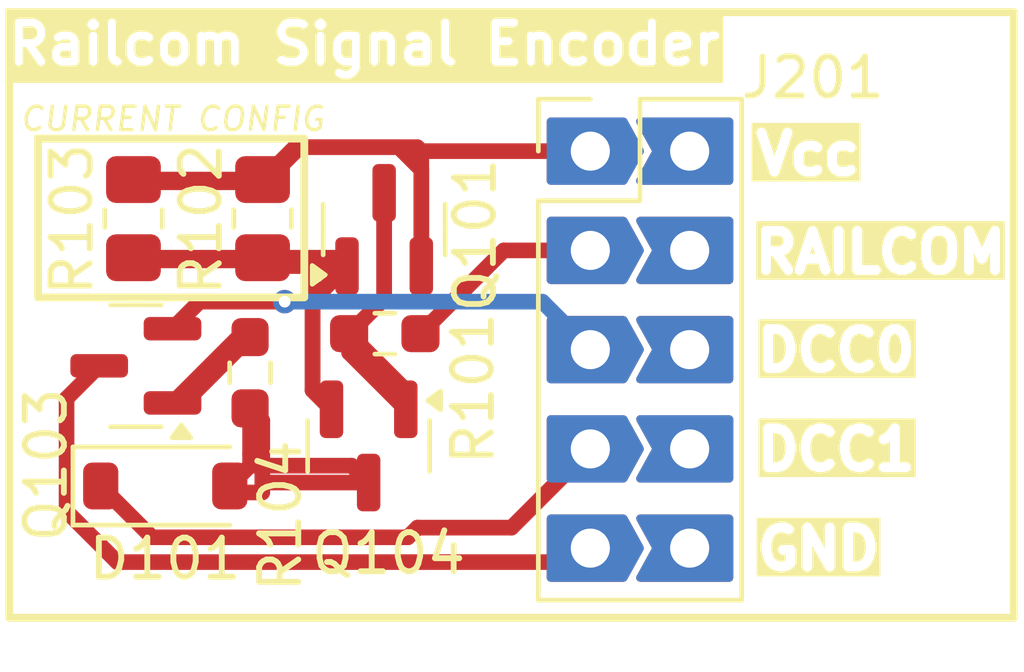
<source format=kicad_pcb>
(kicad_pcb (version 20240108) (generator "pcbnew") (generator_version "8.0")
  (layers (0 "F.Cu" signal) (31 "B.Cu" signal) (34 "B.Paste" user) (35 "F.Paste" user) (36 "B.SilkS" user "B.Silkscreen") (37 "F.SilkS" user "F.Silkscreen") (38 "B.Mask" user) (39 "F.Mask" user) (44 "Edge.Cuts" user))
  (net 0 "")
  (net 1 "/J_DCC0")
  (net 2 "0")
  (net 3 "/+J_3v3")
  (net 4 "/rails_signal_feedback_dcc-railcom-8x50/RC_SIGNAL")
  (net 5 "/rails_signal_feedback_dcc-railcom-8x50/RC_DATA_IN")
  (net 6 "/rails_signal_feedback_dcc-railcom-8x50/RC_CURR")
  (net 7 "Net-(Q103-B)")
  (net 8 "/J_DCC1")
  (net 9 "/+3V3")
  (net 10 "/RAILCOM_DATA")
  (net 11 "/GND")
  (net 12 "/DCC0")
  (net 13 "/DCC1")
  (net 14 "/J_RAILCOM_DATA")
  (footprint "Resistor_SMD:R_0603_1608Metric_Pad0.98x0.95mm_HandSolder" (layer "F.Cu") (at 127.6963 75.5211 90)
    (property "Reference" "R104" (at -3.6601 0.7769 90) (layer "F.SilkS"))
    (property "Value" "10k")
    (fp_line (start -0.254724 -0.5225) (end 0.254724 -0.5225) (stroke (width 0.12)) (layer "F.SilkS"))
    (fp_line (start -0.254724 0.5225) (end 0.254724 0.5225) (stroke (width 0.12)) (layer "F.SilkS"))
    (pad "1" smd roundrect (at -0.9125 0 90) (size 0.975 0.95) (layers "F.Cu" "F.Paste" "F.Mask") (net 4 "/rails_signal_feedback_dcc-railcom-8x50/RC_SIGNAL"))
    (pad "2" smd roundrect (at 0.9125 0 90) (size 0.975 0.95) (layers "F.Cu" "F.Paste" "F.Mask") (net 7 "Net-(Q103-B)"))
  )
  (footprint "xDuinoRail:8x50_SOT-23" (layer "F.Cu") (at 131.1253 71.8541 90)
    (property "Reference" "Q101" (at -2.1963 2.3263 90) (layer "F.SilkS") (effects (justify left)))
    (property "Value" "S8550")
    (fp_line (start 0 -1.56) (end 0.65 -1.56) (stroke (width 0.12)) (layer "F.SilkS"))
    (fp_line (start 0 -1.56) (end -0.65 -1.56) (stroke (width 0.12)) (layer "F.SilkS"))
    (fp_line (start 0 1.56) (end 0.65 1.56) (stroke (width 0.12)) (layer "F.SilkS"))
    (fp_line (start 0 1.56) (end -0.65 1.56) (stroke (width 0.12)) (layer "F.SilkS"))
    (fp_poly (pts (xy -1.1625 -1.51) (xy -1.4025 -1.84) (xy -0.9225 -1.84) (xy -1.1625 -1.51)) (stroke (width 0.12)) (fill solid) (layer "F.SilkS"))
    (pad "1" smd roundrect (at -0.9375 0.95 90) (size 1.475 0.6) (layers "F.Cu" "F.Paste" "F.Mask") (net 3 "/+J_3v3"))
    (pad "2" smd roundrect (at -0.9375 -0.95 90) (size 1.475 0.6) (layers "F.Cu" "F.Paste" "F.Mask") (net 6 "/rails_signal_feedback_dcc-railcom-8x50/RC_CURR"))
    (pad "3" smd roundrect (at 0.9375 0 90) (size 1.475 0.6) (layers "F.Cu" "F.Paste" "F.Mask") (net 5 "/rails_signal_feedback_dcc-railcom-8x50/RC_DATA_IN"))
  )
  (footprint "Diode_SMD:D_SOD-123" (layer "F.Cu") (at 125.5268 78.4192)
    (property "Reference" "D101" (at 2.0205 1.8661 0) (layer "F.SilkS") (effects (justify right)))
    (property "Value" "1N5819W")
    (fp_line (start -2.36 -1) (end -2.36 1) (stroke (width 0.12)) (layer "F.SilkS"))
    (fp_line (start -2.36 -1) (end 1.65 -1) (stroke (width 0.12)) (layer "F.SilkS"))
    (fp_line (start -2.36 1) (end 1.65 1) (stroke (width 0.12)) (layer "F.SilkS"))
    (pad "1" smd roundrect (at -1.65 0) (size 0.9 1.2) (layers "F.Cu" "F.Paste" "F.Mask") (net 1 "/J_DCC0"))
    (pad "2" smd roundrect (at 1.65 0) (size 0.9 1.2) (layers "F.Cu" "F.Paste" "F.Mask") (net 4 "/rails_signal_feedback_dcc-railcom-8x50/RC_SIGNAL"))
  )
  (footprint "Resistor_SMD:R_0805_2012Metric_Pad1.20x1.40mm_HandSolder" (layer "F.Cu") (at 124.714 71.5772 90)
    (property "Reference" "R103" (at -2.048 -1.5748 90) (layer "F.SilkS") (effects (justify left)))
    (property "Value" "1M")
    (fp_line (start -0.227064 -0.735) (end 0.227064 -0.735) (stroke (width 0.12)) (layer "F.SilkS"))
    (fp_line (start -0.227064 0.735) (end 0.227064 0.735) (stroke (width 0.12)) (layer "F.SilkS"))
    (pad "1" smd roundrect (at -1 0 90) (size 1.2 1.4) (layers "F.Cu" "F.Paste" "F.Mask") (roundrect_rratio 0.208333) (net 6 "/rails_signal_feedback_dcc-railcom-8x50/RC_CURR"))
    (pad "2" smd roundrect (at 1 0 90) (size 1.2 1.4) (layers "F.Cu" "F.Paste" "F.Mask") (roundrect_rratio 0.208333) (net 3 "/+J_3v3"))
  )
  (footprint "Resistor_SMD:R_0805_2012Metric_Pad1.20x1.40mm_HandSolder" (layer "F.Cu") (at 128.016 71.5772 90)
    (property "Reference" "R102" (at -2.048 -1.5748 90) (layer "F.SilkS") (effects (justify left)))
    (property "Value" "20R")
    (fp_line (start -0.227064 -0.735) (end 0.227064 -0.735) (stroke (width 0.12)) (layer "F.SilkS"))
    (fp_line (start -0.227064 0.735) (end 0.227064 0.735) (stroke (width 0.12)) (layer "F.SilkS"))
    (pad "1" smd roundrect (at -1 0 90) (size 1.2 1.4) (layers "F.Cu" "F.Paste" "F.Mask") (roundrect_rratio 0.208333) (net 6 "/rails_signal_feedback_dcc-railcom-8x50/RC_CURR"))
    (pad "2" smd roundrect (at 1 0 90) (size 1.2 1.4) (layers "F.Cu" "F.Paste" "F.Mask") (roundrect_rratio 0.208333) (net 3 "/+J_3v3"))
  )
  (footprint "xDuinoRail:PinHeaderJP_2x05_P2.54mm_Vertical" (layer "F.Cu") (at 136.398 69.85)
    (property "Reference" "J201" (at 5.6896 -1.8796 0) (layer "F.SilkS"))
    (property "Value" "Conn_02x05_Odd_Even")
    (fp_line (start -1.33 -1.33) (end 0 -1.33) (stroke (width 0.12)) (layer "F.SilkS"))
    (fp_line (start -1.33 0) (end -1.33 -1.33) (stroke (width 0.12)) (layer "F.SilkS"))
    (fp_line (start -1.33 1.27) (end -1.33 11.49) (stroke (width 0.12)) (layer "F.SilkS"))
    (fp_line (start -1.33 1.27) (end 1.27 1.27) (stroke (width 0.12)) (layer "F.SilkS"))
    (fp_line (start -1.33 11.49) (end 3.87 11.49) (stroke (width 0.12)) (layer "F.SilkS"))
    (fp_line (start 1.27 -1.33) (end 3.87 -1.33) (stroke (width 0.12)) (layer "F.SilkS"))
    (fp_line (start 1.27 1.27) (end 1.27 -1.33) (stroke (width 0.12)) (layer "F.SilkS"))
    (fp_line (start 3.87 -1.33) (end 3.87 11.49) (stroke (width 0.12)) (layer "F.SilkS"))
    (pad "1" thru_hole custom (at 0 0) (size 1.7 1.7) (drill 1) (layers "*.Cu" "*.Mask") (net 3 "/+J_3v3") (options (clearance outline) (anchor rect)) (primitives (gr_poly (pts (xy -1.016 -0.762) (xy -1.016 0.762) (xy 0.85 0.762) (xy 1.27 0) (xy 0.85 -0.762)) (width 0.2) (fill yes))))
    (pad "2" thru_hole custom (at 2.54 0) (size 1.7 1.7) (drill 1) (layers "*.Cu" "*.Mask") (net 9 "/+3V3") (options (clearance outline) (anchor circle)) (primitives (gr_poly (pts (xy 0.85 0) (xy 0.831425 -0.176725) (xy 0.776514 -0.345726) (xy 0.687664 -0.499617) (xy 0.568761 -0.631673) (xy 0.425 -0.736122) (xy 0.262664 -0.808398) (xy 0.088849 -0.845344) (xy -0.088849 -0.845344) (xy -0.262664 -0.808398) (xy -0.425 -0.736122) (xy -0.568761 -0.631673) (xy -0.687664 -0.499617) (xy -0.776514 -0.345726) (xy -0.831425 -0.176725) (xy -0.85 0) (xy -0.831425 0.176725) (xy -0.776514 0.345726) (xy -0.687664 0.499617) (xy -0.568761 0.631673) (xy -0.425 0.736122) (xy -0.262664 0.808398) (xy -0.088849 0.845344) (xy 0.088849 0.845344) (xy 0.262664 0.808398) (xy 0.425 0.736122) (xy 0.568761 0.631673) (xy 0.687664 0.499617) (xy 0.776514 0.345726) (xy 0.831425 0.176725) (xy 0.85 0)) (width 0) (fill yes)) (gr_poly (pts (xy -1.27 -0.762) (xy -0.85 0) (xy -1.27 0.762) (xy 1.016 0.762) (xy 1.016 -0.762)) (width 0.2) (fill yes))))
    (pad "3" thru_hole custom (at 0 2.54) (size 1.7 1.7) (drill 1) (layers "*.Cu" "*.Mask") (net 14 "/J_RAILCOM_DATA") (options (clearance outline) (anchor circle)) (primitives (gr_poly (pts (xy 0.85 0) (xy 0.831425 -0.176725) (xy 0.776514 -0.345726) (xy 0.687664 -0.499617) (xy 0.568761 -0.631673) (xy 0.425 -0.736122) (xy 0.262664 -0.808398) (xy 0.088849 -0.845344) (xy -0.088849 -0.845344) (xy -0.262664 -0.808398) (xy -0.425 -0.736122) (xy -0.568761 -0.631673) (xy -0.687664 -0.499617) (xy -0.776514 -0.345726) (xy -0.831425 -0.176725) (xy -0.85 0) (xy -0.831425 0.176725) (xy -0.776514 0.345726) (xy -0.687664 0.499617) (xy -0.568761 0.631673) (xy -0.425 0.736122) (xy -0.262664 0.808398) (xy -0.088849 0.845344) (xy 0.088849 0.845344) (xy 0.262664 0.808398) (xy 0.425 0.736122) (xy 0.568761 0.631673) (xy 0.687664 0.499617) (xy 0.776514 0.345726) (xy 0.831425 0.176725) (xy 0.85 0)) (width 0) (fill yes)) (gr_poly (pts (xy -1.016 -0.762) (xy -1.016 0.762) (xy 0.85 0.762) (xy 1.27 0) (xy 0.85 -0.762)) (width 0.2) (fill yes))))
    (pad "4" thru_hole custom (at 2.54 2.54) (size 1.7 1.7) (drill 1) (layers "*.Cu" "*.Mask") (net 10 "/RAILCOM_DATA") (options (clearance outline) (anchor circle)) (primitives (gr_poly (pts (xy 0.85 0) (xy 0.831425 -0.176725) (xy 0.776514 -0.345726) (xy 0.687664 -0.499617) (xy 0.568761 -0.631673) (xy 0.425 -0.736122) (xy 0.262664 -0.808398) (xy 0.088849 -0.845344) (xy -0.088849 -0.845344) (xy -0.262664 -0.808398) (xy -0.425 -0.736122) (xy -0.568761 -0.631673) (xy -0.687664 -0.499617) (xy -0.776514 -0.345726) (xy -0.831425 -0.176725) (xy -0.85 0) (xy -0.831425 0.176725) (xy -0.776514 0.345726) (xy -0.687664 0.499617) (xy -0.568761 0.631673) (xy -0.425 0.736122) (xy -0.262664 0.808398) (xy -0.088849 0.845344) (xy 0.088849 0.845344) (xy 0.262664 0.808398) (xy 0.425 0.736122) (xy 0.568761 0.631673) (xy 0.687664 0.499617) (xy 0.776514 0.345726) (xy 0.831425 0.176725) (xy 0.85 0)) (width 0) (fill yes)) (gr_poly (pts (xy -1.27 -0.762) (xy -0.85 0) (xy -1.27 0.762) (xy 1.016 0.762) (xy 1.016 -0.762)) (width 0.2) (fill yes))))
    (pad "5" thru_hole custom (at 0 5.08) (size 1.7 1.7) (drill 1) (layers "*.Cu" "*.Mask") (net 2 "0") (options (clearance outline) (anchor circle)) (primitives (gr_poly (pts (xy 0.85 0) (xy 0.831425 -0.176725) (xy 0.776514 -0.345726) (xy 0.687664 -0.499617) (xy 0.568761 -0.631673) (xy 0.425 -0.736122) (xy 0.262664 -0.808398) (xy 0.088849 -0.845344) (xy -0.088849 -0.845344) (xy -0.262664 -0.808398) (xy -0.425 -0.736122) (xy -0.568761 -0.631673) (xy -0.687664 -0.499617) (xy -0.776514 -0.345726) (xy -0.831425 -0.176725) (xy -0.85 0) (xy -0.831425 0.176725) (xy -0.776514 0.345726) (xy -0.687664 0.499617) (xy -0.568761 0.631673) (xy -0.425 0.736122) (xy -0.262664 0.808398) (xy -0.088849 0.845344) (xy 0.088849 0.845344) (xy 0.262664 0.808398) (xy 0.425 0.736122) (xy 0.568761 0.631673) (xy 0.687664 0.499617) (xy 0.776514 0.345726) (xy 0.831425 0.176725) (xy 0.85 0)) (width 0) (fill yes)) (gr_poly (pts (xy -1.016 -0.762) (xy -1.016 0.762) (xy 0.85 0.762) (xy 1.27 0) (xy 0.85 -0.762)) (width 0.2) (fill yes))))
    (pad "6" thru_hole custom (at 2.54 5.08) (size 1.7 1.7) (drill 1) (layers "*.Cu" "*.Mask") (net 11 "/GND") (options (clearance outline) (anchor circle)) (primitives (gr_poly (pts (xy 0.85 0) (xy 0.831425 -0.176725) (xy 0.776514 -0.345726) (xy 0.687664 -0.499617) (xy 0.568761 -0.631673) (xy 0.425 -0.736122) (xy 0.262664 -0.808398) (xy 0.088849 -0.845344) (xy -0.088849 -0.845344) (xy -0.262664 -0.808398) (xy -0.425 -0.736122) (xy -0.568761 -0.631673) (xy -0.687664 -0.499617) (xy -0.776514 -0.345726) (xy -0.831425 -0.176725) (xy -0.85 0) (xy -0.831425 0.176725) (xy -0.776514 0.345726) (xy -0.687664 0.499617) (xy -0.568761 0.631673) (xy -0.425 0.736122) (xy -0.262664 0.808398) (xy -0.088849 0.845344) (xy 0.088849 0.845344) (xy 0.262664 0.808398) (xy 0.425 0.736122) (xy 0.568761 0.631673) (xy 0.687664 0.499617) (xy 0.776514 0.345726) (xy 0.831425 0.176725) (xy 0.85 0)) (width 0) (fill yes)) (gr_poly (pts (xy -1.27 -0.762) (xy -0.85 0) (xy -1.27 0.762) (xy 1.016 0.762) (xy 1.016 -0.762)) (width 0.2) (fill yes))))
    (pad "7" thru_hole custom (at 0 7.62) (size 1.7 1.7) (drill 1) (layers "*.Cu" "*.Mask") (net 1 "/J_DCC0") (options (clearance outline) (anchor circle)) (primitives (gr_poly (pts (xy 0.85 0) (xy 0.831425 -0.176725) (xy 0.776514 -0.345726) (xy 0.687664 -0.499617) (xy 0.568761 -0.631673) (xy 0.425 -0.736122) (xy 0.262664 -0.808398) (xy 0.088849 -0.845344) (xy -0.088849 -0.845344) (xy -0.262664 -0.808398) (xy -0.425 -0.736122) (xy -0.568761 -0.631673) (xy -0.687664 -0.499617) (xy -0.776514 -0.345726) (xy -0.831425 -0.176725) (xy -0.85 0) (xy -0.831425 0.176725) (xy -0.776514 0.345726) (xy -0.687664 0.499617) (xy -0.568761 0.631673) (xy -0.425 0.736122) (xy -0.262664 0.808398) (xy -0.088849 0.845344) (xy 0.088849 0.845344) (xy 0.262664 0.808398) (xy 0.425 0.736122) (xy 0.568761 0.631673) (xy 0.687664 0.499617) (xy 0.776514 0.345726) (xy 0.831425 0.176725) (xy 0.85 0)) (width 0) (fill yes)) (gr_poly (pts (xy -1.016 -0.762) (xy -1.016 0.762) (xy 0.85 0.762) (xy 1.27 0) (xy 0.85 -0.762)) (width 0.2) (fill yes))))
    (pad "8" thru_hole custom (at 2.54 7.62) (size 1.7 1.7) (drill 1) (layers "*.Cu" "*.Mask") (net 12 "/DCC0") (options (clearance outline) (anchor circle)) (primitives (gr_poly (pts (xy 0.85 0) (xy 0.831425 -0.176725) (xy 0.776514 -0.345726) (xy 0.687664 -0.499617) (xy 0.568761 -0.631673) (xy 0.425 -0.736122) (xy 0.262664 -0.808398) (xy 0.088849 -0.845344) (xy -0.088849 -0.845344) (xy -0.262664 -0.808398) (xy -0.425 -0.736122) (xy -0.568761 -0.631673) (xy -0.687664 -0.499617) (xy -0.776514 -0.345726) (xy -0.831425 -0.176725) (xy -0.85 0) (xy -0.831425 0.176725) (xy -0.776514 0.345726) (xy -0.687664 0.499617) (xy -0.568761 0.631673) (xy -0.425 0.736122) (xy -0.262664 0.808398) (xy -0.088849 0.845344) (xy 0.088849 0.845344) (xy 0.262664 0.808398) (xy 0.425 0.736122) (xy 0.568761 0.631673) (xy 0.687664 0.499617) (xy 0.776514 0.345726) (xy 0.831425 0.176725) (xy 0.85 0)) (width 0) (fill yes)) (gr_poly (pts (xy -1.27 -0.762) (xy -0.85 0) (xy -1.27 0.762) (xy 1.016 0.762) (xy 1.016 -0.762)) (width 0.2) (fill yes))))
    (pad "9" thru_hole custom (at 0 10.16) (size 1.7 1.7) (drill 1) (layers "*.Cu" "*.Mask") (net 8 "/J_DCC1") (options (clearance outline) (anchor circle)) (primitives (gr_poly (pts (xy 0.85 0) (xy 0.831425 -0.176725) (xy 0.776514 -0.345726) (xy 0.687664 -0.499617) (xy 0.568761 -0.631673) (xy 0.425 -0.736122) (xy 0.262664 -0.808398) (xy 0.088849 -0.845344) (xy -0.088849 -0.845344) (xy -0.262664 -0.808398) (xy -0.425 -0.736122) (xy -0.568761 -0.631673) (xy -0.687664 -0.499617) (xy -0.776514 -0.345726) (xy -0.831425 -0.176725) (xy -0.85 0) (xy -0.831425 0.176725) (xy -0.776514 0.345726) (xy -0.687664 0.499617) (xy -0.568761 0.631673) (xy -0.425 0.736122) (xy -0.262664 0.808398) (xy -0.088849 0.845344) (xy 0.088849 0.845344) (xy 0.262664 0.808398) (xy 0.425 0.736122) (xy 0.568761 0.631673) (xy 0.687664 0.499617) (xy 0.776514 0.345726) (xy 0.831425 0.176725) (xy 0.85 0)) (width 0) (fill yes)) (gr_poly (pts (xy -1.016 -0.762) (xy -1.016 0.762) (xy 0.85 0.762) (xy 1.27 0) (xy 0.85 -0.762)) (width 0.2) (fill yes))))
    (pad "10" thru_hole custom (at 2.54 10.16) (size 1.7 1.7) (drill 1) (layers "*.Cu" "*.Mask") (net 13 "/DCC1") (options (clearance outline) (anchor circle)) (primitives (gr_poly (pts (xy 0.85 0) (xy 0.831425 -0.176725) (xy 0.776514 -0.345726) (xy 0.687664 -0.499617) (xy 0.568761 -0.631673) (xy 0.425 -0.736122) (xy 0.262664 -0.808398) (xy 0.088849 -0.845344) (xy -0.088849 -0.845344) (xy -0.262664 -0.808398) (xy -0.425 -0.736122) (xy -0.568761 -0.631673) (xy -0.687664 -0.499617) (xy -0.776514 -0.345726) (xy -0.831425 -0.176725) (xy -0.85 0) (xy -0.831425 0.176725) (xy -0.776514 0.345726) (xy -0.687664 0.499617) (xy -0.568761 0.631673) (xy -0.425 0.736122) (xy -0.262664 0.808398) (xy -0.088849 0.845344) (xy 0.088849 0.845344) (xy 0.262664 0.808398) (xy 0.425 0.736122) (xy 0.568761 0.631673) (xy 0.687664 0.499617) (xy 0.776514 0.345726) (xy 0.831425 0.176725) (xy 0.85 0)) (width 0) (fill yes)) (gr_poly (pts (xy -1.27 -0.762) (xy -0.85 0) (xy -1.27 0.762) (xy 1.016 0.762) (xy 1.016 -0.762)) (width 0.2) (fill yes))))
  )
  (footprint "xDuinoRail:8x50_SOT-23" (layer "F.Cu") (at 130.7283 77.3936 -90)
    (property "Reference" "Q104" (at 2.7528 1.5439 0) (layer "F.SilkS") (effects (justify left)))
    (property "Value" "S8550")
    (fp_line (start 0 1.56) (end -0.65 1.56) (stroke (width 0.12)) (layer "F.SilkS"))
    (fp_line (start 0 1.56) (end 0.65 1.56) (stroke (width 0.12)) (layer "F.SilkS"))
    (fp_line (start 0 -1.56) (end -0.65 -1.56) (stroke (width 0.12)) (layer "F.SilkS"))
    (fp_line (start 0 -1.56) (end 0.65 -1.56) (stroke (width 0.12)) (layer "F.SilkS"))
    (fp_poly (pts (xy -1.1625 -1.51) (xy -1.4025 -1.84) (xy -0.9225 -1.84) (xy -1.1625 -1.51)) (stroke (width 0.12)) (fill solid) (layer "F.SilkS"))
    (pad "1" smd roundrect (at -0.9375 0.95 270) (size 1.475 0.6) (layers "F.Cu" "F.Paste" "F.Mask") (net 6 "/rails_signal_feedback_dcc-railcom-8x50/RC_CURR"))
    (pad "2" smd roundrect (at -0.9375 -0.95 270) (size 1.475 0.6) (layers "F.Cu" "F.Paste" "F.Mask") (net 5 "/rails_signal_feedback_dcc-railcom-8x50/RC_DATA_IN"))
    (pad "3" smd roundrect (at 0.9375 0 270) (size 1.475 0.6) (layers "F.Cu" "F.Paste" "F.Mask") (net 4 "/rails_signal_feedback_dcc-railcom-8x50/RC_SIGNAL"))
  )
  (footprint "xDuinoRail:8x50_SOT-23" (layer "F.Cu") (at 124.7753 75.3441 180)
    (property "Reference" "Q103" (at 2.2965 -0.4843 90) (layer "F.SilkS") (effects (justify right)))
    (property "Value" "S8050")
    (fp_line (start 0 1.56) (end 0.65 1.56) (stroke (width 0.12)) (layer "F.SilkS"))
    (fp_line (start 0 1.56) (end -0.65 1.56) (stroke (width 0.12)) (layer "F.SilkS"))
    (fp_line (start 0 -1.56) (end 0.65 -1.56) (stroke (width 0.12)) (layer "F.SilkS"))
    (fp_line (start 0 -1.56) (end -0.65 -1.56) (stroke (width 0.12)) (layer "F.SilkS"))
    (fp_poly (pts (xy -1.1625 -1.51) (xy -1.4025 -1.84) (xy -0.9225 -1.84) (xy -1.1625 -1.51)) (stroke (width 0.12)) (fill solid) (layer "F.SilkS"))
    (pad "1" smd roundrect (at -0.9375 0.95 180) (size 1.475 0.6) (layers "F.Cu" "F.Paste" "F.Mask") (net 2 "0"))
    (pad "2" smd roundrect (at -0.9375 -0.95 180) (size 1.475 0.6) (layers "F.Cu" "F.Paste" "F.Mask") (net 7 "Net-(Q103-B)"))
    (pad "3" smd roundrect (at 0.9375 0 180) (size 1.475 0.6) (layers "F.Cu" "F.Paste" "F.Mask") (net 8 "/J_DCC1"))
  )
  (footprint "Resistor_SMD:R_0603_1608Metric_Pad0.98x0.95mm_HandSolder" (layer "F.Cu") (at 131.1413 74.5211)
    (property "Reference" "R101" (at 2.2595 -0.6231 90) (layer "F.SilkS") (effects (justify right)))
    (property "Value" "10k")
    (fp_line (start -0.254724 -0.5225) (end 0.254724 -0.5225) (stroke (width 0.12)) (layer "F.SilkS"))
    (fp_line (start -0.254724 0.5225) (end 0.254724 0.5225) (stroke (width 0.12)) (layer "F.SilkS"))
    (pad "1" smd roundrect (at -0.9125 0) (size 0.975 0.95) (layers "F.Cu" "F.Paste" "F.Mask") (net 5 "/rails_signal_feedback_dcc-railcom-8x50/RC_DATA_IN"))
    (pad "2" smd roundrect (at 0.9125 0) (size 0.975 0.95) (layers "F.Cu" "F.Paste" "F.Mask") (net 14 "/J_RAILCOM_DATA"))
  )
  (gr_rect (start 121.539 66.294) (end 147.22208 81.7914) (stroke (width 0.2)) (fill none) (layer "F.SilkS"))
  (gr_rect (start 122.2756 69.5292) (end 129.0828 73.5932) (stroke (width 0.2)) (fill none) (layer "F.SilkS"))
  (gr_text "Vcc" (at 140.5128 70.5104 0) (layer "F.SilkS" knockout) (effects (font (size 1 1) (thickness 0.25) (bold yes)) (justify left bottom)))
  (gr_text "RAILCOM" (at 140.4878 73.0252 0) (layer "F.SilkS" knockout) (effects (font (size 1 1) (thickness 0.25) (bold yes)) (justify left bottom)))
  (gr_text "DCC0" (at 140.5128 75.54 0) (layer "F.SilkS" knockout) (effects (font (size 1 1) (thickness 0.3) (bold yes)) (justify left bottom)))
  (gr_text "CURRENT CONFIG" (at 121.7676 69.3768 0) (layer "F.SilkS") (effects (font (size 0.6 0.6) (thickness 0.0875) (italic yes)) (justify left bottom)))
  (gr_text "Railcom Signal Encoder" (at 121.412 67.6927 0) (layer "F.SilkS" knockout) (effects (font (size 1 1) (thickness 0.2) (bold yes)) (justify left bottom)))
  (gr_text "DCC1" (at 140.5128 78.0798 0) (layer "F.SilkS" knockout) (effects (font (size 1 1) (thickness 0.3) (bold yes)) (justify left bottom)))
  (gr_text "GND" (at 140.5128 80.6196 0) (layer "F.SilkS" knockout) (effects (font (size 1 1) (thickness 0.3) (bold yes)) (justify left bottom)))
  (segment (start 134.3827 79.4853) (end 136.398 77.47) (width 0.4) (layer "F.Cu") (net 1))
  (segment (start 125.1905 79.7329) (end 123.8768 78.4192) (width 0.4) (layer "F.Cu") (net 1))
  (segment (start 131.7308 79.7329) (end 125.1905 79.7329) (width 0.4) (layer "F.Cu") (net 1))
  (segment (start 131.9784 79.4853) (end 134.3827 79.4853) (width 0.4) (layer "F.Cu") (net 1))
  (segment (start 131.7308 79.7329) (end 131.9784 79.4853) (width 0.4) (layer "F.Cu") (net 1))
  (segment (start 131.7308 79.7329) (end 131.9784 79.4853) (width 0.4) (layer "F.Cu") (net 1))
  (segment (start 126.4054 73.7015) (end 128.5817 73.7015) (width 0.4) (layer "F.Cu") (net 2))
  (segment (start 125.7128 74.3941) (end 126.4054 73.7015) (width 0.4) (layer "F.Cu") (net 2))
  (via (at 128.5817 73.7015) (size 0.6) (drill 0.3) (layers "F.Cu" "B.Cu") (net 2))
  (segment (start 128.5817 73.7015) (end 135.1695 73.7015) (width 0.4) (layer "B.Cu") (net 2))
  (segment (start 135.1695 73.7015) (end 136.398 74.93) (width 0.4) (layer "B.Cu") (net 2))
  (segment (start 132.0753 69.85) (end 136.398 69.85) (width 0.4) (layer "F.Cu") (net 3))
  (segment (start 131.4979 69.7484) (end 132.0753 70.3258) (width 0.4) (layer "F.Cu") (net 3))
  (segment (start 131.9725 69.7472) (end 132.0753 69.85) (width 0.4) (layer "F.Cu") (net 3))
  (segment (start 129.016 69.7484) (end 131.4979 69.7484) (width 0.4) (layer "F.Cu") (net 3))
  (segment (start 124.8156 70.6468) (end 128.0668 70.6468) (width 0.4) (layer "F.Cu") (net 3))
  (segment (start 132.0753 70.3258) (end 132.0753 72.7916) (width 0.4) (layer "F.Cu") (net 3))
  (segment (start 124.7648 70.596) (end 124.8156 70.6468) (width 0.4) (layer "F.Cu") (net 3))
  (segment (start 128.016 70.5772) (end 124.714 70.5772) (width 0.4) (layer "F.Cu") (net 3))
  (segment (start 128.0668 70.6468) (end 129.016 69.6976) (width 0.4) (layer "F.Cu") (net 3))
  (segment (start 132.0753 69.85) (end 132.0753 72.7916) (width 0.4) (layer "F.Cu") (net 3))
  (segment (start 128.016 70.5772) (end 128.846 69.7472) (width 0.4) (layer "F.Cu") (net 3))
  (segment (start 128.846 69.7472) (end 131.9725 69.7472) (width 0.4) (layer "F.Cu") (net 3))
  (segment (start 127.6963 77.8997) (end 127.1768 78.4192) (width 0.4) (layer "F.Cu") (net 4))
  (segment (start 130.2969 77.8997) (end 130.7283 78.3311) (width 0.4) (layer "F.Cu") (net 4))
  (segment (start 130.7283 78.3311) (end 128.0089 78.3311) (width 0.4) (layer "F.Cu") (net 4))
  (segment (start 127.6963 77.8997) (end 130.2969 77.8997) (width 0.4) (layer "F.Cu") (net 4))
  (segment (start 128.0089 78.5851) (end 127.1883 78.5851) (width 0.4) (layer "F.Cu") (net 4))
  (segment (start 127.6963 76.4336) (end 127.6963 77.5969) (width 0.4) (layer "F.Cu") (net 4))
  (segment (start 128.0089 78.3311) (end 128.0089 76.7462) (width 0.4) (layer "F.Cu") (net 4))
  (segment (start 128.0089 76.7462) (end 127.6963 76.4336) (width 0.4) (layer "F.Cu") (net 4))
  (segment (start 128.0089 78.5851) (end 128.0089 78.3311) (width 0.4) (layer "F.Cu") (net 4))
  (segment (start 127.6963 77.5969) (end 127.6963 77.8997) (width 0.4) (layer "F.Cu") (net 4))
  (segment (start 131.1253 73.6246) (end 131.1253 70.9166) (width 0.4) (layer "F.Cu") (net 5))
  (segment (start 131.1253 73.6246) (end 130.2288 74.5211) (width 0.4) (layer "F.Cu") (net 5))
  (segment (start 130.2288 75.0066) (end 130.2288 74.5211) (width 0.4) (layer "F.Cu") (net 5))
  (segment (start 130.2288 74.5211) (end 131.6783 75.9706) (width 0.4) (layer "F.Cu") (net 5))
  (segment (start 130.2288 74.5211) (end 131.1253 73.6246) (width 0.4) (layer "F.Cu") (net 5))
  (segment (start 131.6783 76.4561) (end 130.2288 75.0066) (width 0.4) (layer "F.Cu") (net 5))
  (segment (start 131.1253 70.9166) (end 131.1253 73.6246) (width 0.4) (layer "F.Cu") (net 5))
  (segment (start 131.6783 75.9706) (end 131.6783 76.4561) (width 0.4) (layer "F.Cu") (net 5))
  (segment (start 129.2958 75.9736) (end 129.7783 76.4561) (width 0.4) (layer "F.Cu") (net 6))
  (segment (start 130.1753 72.7916) (end 129.2948 72.7916) (width 0.4) (layer "F.Cu") (net 6))
  (segment (start 128.1608 72.7916) (end 128.0668 72.6976) (width 0.4) (layer "F.Cu") (net 6))
  (segment (start 128.9188 72.7916) (end 128.2435 72.7916) (width 0.4) (layer "F.Cu") (net 6))
  (segment (start 128.016 72.6468) (end 128.0668 72.6976) (width 0.4) (layer "F.Cu") (net 6))
  (segment (start 129.7783 76.4561) (end 129.2948 75.9726) (width 0.4) (layer "F.Cu") (net 6))
  (segment (start 129.2958 73.6711) (end 129.2958 75.9736) (width 0.4) (layer "F.Cu") (net 6))
  (segment (start 124.7648 72.6468) (end 128.016 72.6468) (width 0.4) (layer "F.Cu") (net 6))
  (segment (start 129.2948 72.7916) (end 128.9188 72.7916) (width 0.4) (layer "F.Cu") (net 6))
  (segment (start 129.9609 72.5772) (end 130.1753 72.7916) (width 0.4) (layer "F.Cu") (net 6))
  (segment (start 130.1753 72.7916) (end 129.2958 73.6711) (width 0.4) (layer "F.Cu") (net 6))
  (segment (start 129.2948 75.9726) (end 129.2948 72.7916) (width 0.4) (layer "F.Cu") (net 6))
  (segment (start 128.2435 72.7916) (end 128.1608 72.7916) (width 0.4) (layer "F.Cu") (net 6))
  (segment (start 128.016 72.5772) (end 129.9609 72.5772) (width 0.4) (layer "F.Cu") (net 6))
  (segment (start 124.714 72.5772) (end 128.016 72.5772) (width 0.4) (layer "F.Cu") (net 6))
  (segment (start 125.7128 76.2941) (end 127.3983 74.6086) (width 0.4) (layer "F.Cu") (net 7))
  (segment (start 127.6963 74.6086) (end 126.0108 76.2941) (width 0.4) (layer "F.Cu") (net 7))
  (segment (start 127.3983 74.6086) (end 127.6963 74.6086) (width 0.4) (layer "F.Cu") (net 7))
  (segment (start 126.0108 76.2941) (end 125.7128 76.2941) (width 0.4) (layer "F.Cu") (net 7))
  (segment (start 123.0033 76.1786) (end 123.0033 79.0685) (width 0.4) (layer "F.Cu") (net 8))
  (segment (start 123.0033 79.0685) (end 124.3022 80.3674) (width 0.4) (layer "F.Cu") (net 8))
  (segment (start 123.8378 75.3441) (end 123.0033 76.1786) (width 0.4) (layer "F.Cu") (net 8))
  (segment (start 124.3022 80.3674) (end 136.0406 80.3674) (width 0.4) (layer "F.Cu") (net 8))
  (segment (start 136.0406 80.3674) (end 136.398 80.01) (width 0.4) (layer "F.Cu") (net 8))
  (segment (start 136.398 72.39) (end 134.1849 72.39) (width 0.4) (layer "F.Cu") (net 14))
  (segment (start 134.1849 72.39) (end 132.0538 74.5211) (width 0.4) (layer "F.Cu") (net 14))
)
</source>
